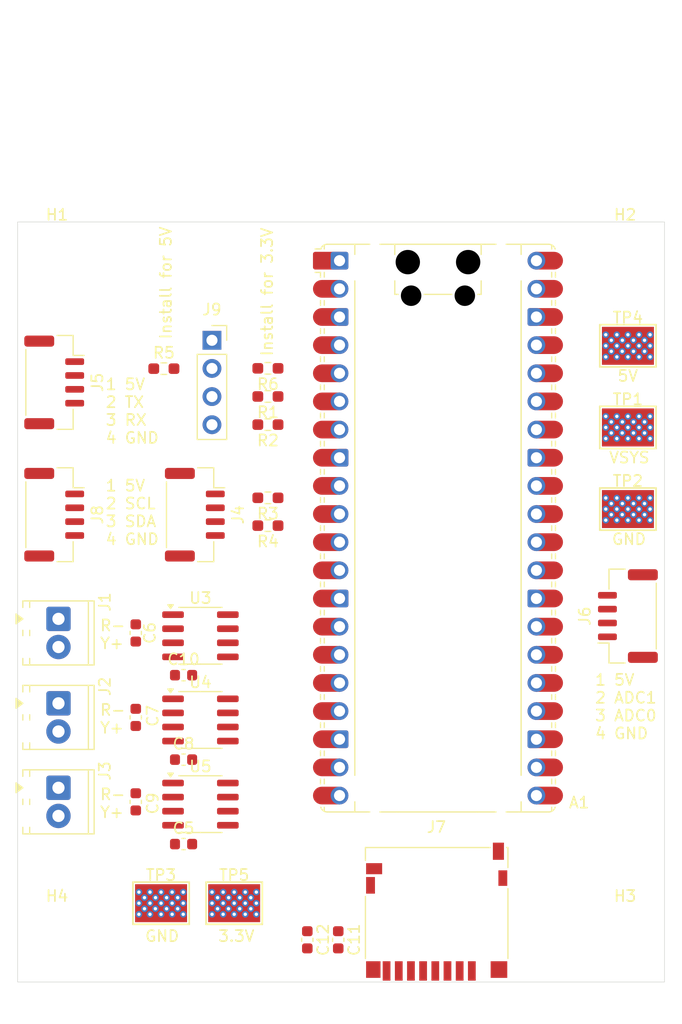
<source format=kicad_pcb>
(kicad_pcb (version 20241229) (generator "pcbnew") (generator_version "9.0")
  (layers (0 "F.Cu" signal) (2 "B.Cu" signal) (13 "F.Paste" user) (15 "B.Paste" user) (5 "F.SilkS" user "F.Silkscreen") (7 "B.SilkS" user "B.Silkscreen") (1 "F.Mask" user) (3 "B.Mask" user) (25 "Edge.Cuts" user))
  (net 0 "")
  (net 2 "CS1")
  (net 3 "GND")
  (net 4 "SDA1")
  (net 5 "Net-(A1-VSYS)")
  (net 7 "ADC1")
  (net 8 "SCL0")
  (net 9 "TX")
  (net 10 "+5V")
  (net 11 "CS2")
  (net 12 "SCK0")
  (net 13 "SCK1")
  (net 14 "CS0")
  (net 20 "CS3")
  (net 21 "MISO1")
  (net 22 "MOSI0")
  (net 25 "SDA0")
  (net 26 "MISO0")
  (net 27 "ADC0")
  (net 29 "SCL1")
  (net 30 "+3.3V")
  (net 31 "RX")
  (net 34 "Net-(J1-Pin_2)")
  (net 35 "Net-(J1-Pin_1)")
  (net 36 "Net-(J2-Pin_1)")
  (net 37 "Net-(J2-Pin_2)")
  (net 38 "Net-(J3-Pin_2)")
  (net 39 "Net-(J3-Pin_1)")
  (net 40 "Net-(J9-Pin_2)")
  (footprint "MountingHole:MountingHole_3.2mm_M3" (layer "F.Cu") (at 105.156 74.676)
    (property "Reference" "H1" (at 0 -4.2 0) (layer "F.SilkS"))
    (property "Value" "MountingHole")
    (pad "" np_thru_hole circle (at 0 0) (size 3.2 3.2) (drill 3.2) (layers "*.Cu" "*.Mask"))
  )
  (footprint "jannett_footprints:TestPoint_Keystone_5016_Vias" (layer "F.Cu") (at 121.158 132.588)
    (property "Reference" "TP5" (at 0 -2.54 0) (layer "F.SilkS"))
    (property "Value" "5016")
    (pad "1" thru_hole circle (at -2 -1) (size 0.6 0.6) (drill 0.3) (layers "*.Cu") (net 30 "+3.3V"))
    (pad "1" thru_hole circle (at -2 0) (size 0.6 0.6) (drill 0.3) (layers "*.Cu") (net 30 "+3.3V"))
    (pad "1" thru_hole circle (at -2 1) (size 0.6 0.6) (drill 0.3) (layers "*.Cu") (net 30 "+3.3V"))
    (pad "1" thru_hole circle (at -1.5 -0.5) (size 0.6 0.6) (drill 0.3) (layers "*.Cu") (net 30 "+3.3V"))
    (pad "1" thru_hole circle (at -1.5 0.5) (size 0.6 0.6) (drill 0.3) (layers "*.Cu") (net 30 "+3.3V"))
    (pad "1" thru_hole circle (at -1 -1) (size 0.6 0.6) (drill 0.3) (layers "*.Cu") (net 30 "+3.3V"))
    (pad "1" thru_hole circle (at -1 0) (size 0.6 0.6) (drill 0.3) (layers "*.Cu") (net 30 "+3.3V"))
    (pad "1" thru_hole circle (at -1 1) (size 0.6 0.6) (drill 0.3) (layers "*.Cu") (net 30 "+3.3V"))
    (pad "1" thru_hole circle (at -0.5141 0.498281) (size 0.6 0.6) (drill 0.3) (layers "*.Cu") (net 30 "+3.3V"))
    (pad "1" thru_hole circle (at -0.5 -0.5) (size 0.6 0.6) (drill 0.3) (layers "*.Cu") (net 30 "+3.3V"))
    (pad "1" thru_hole circle (at 0 -1) (size 0.6 0.6) (drill 0.3) (layers "*.Cu") (net 30 "+3.3V"))
    (pad "1" thru_hole circle (at 0 0) (size 0.6 0.6) (drill 0.3) (layers "*.Cu") (net 30 "+3.3V"))
    (pad "1" smd rect (at 0 0) (size 4.699 3.429) (layers "F.Cu" "F.Mask" "F.Paste") (net 30 "+3.3V"))
    (pad "1" thru_hole circle (at 0 1) (size 0.6 0.6) (drill 0.3) (layers "*.Cu") (net 30 "+3.3V"))
    (pad "1" thru_hole circle (at 0.5 -0.5) (size 0.6 0.6) (drill 0.3) (layers "*.Cu") (net 30 "+3.3V"))
    (pad "1" thru_hole circle (at 0.5 0.5) (size 0.6 0.6) (drill 0.3) (layers "*.Cu") (net 30 "+3.3V"))
    (pad "1" thru_hole circle (at 1 -1) (size 0.6 0.6) (drill 0.3) (layers "*.Cu") (net 30 "+3.3V"))
    (pad "1" thru_hole circle (at 1 0) (size 0.6 0.6) (drill 0.3) (layers "*.Cu") (net 30 "+3.3V"))
    (pad "1" thru_hole circle (at 1 1) (size 0.6 0.6) (drill 0.3) (layers "*.Cu") (net 30 "+3.3V"))
    (pad "1" thru_hole circle (at 1.5 -0.5) (size 0.6 0.6) (drill 0.3) (layers "*.Cu") (net 30 "+3.3V"))
    (pad "1" thru_hole circle (at 1.5 0.5) (size 0.6 0.6) (drill 0.3) (layers "*.Cu") (net 30 "+3.3V"))
    (pad "1" thru_hole circle (at 2 -1) (size 0.6 0.6) (drill 0.3) (layers "*.Cu") (net 30 "+3.3V"))
    (pad "1" thru_hole circle (at 2 0) (size 0.6 0.6) (drill 0.3) (layers "*.Cu") (net 30 "+3.3V"))
    (pad "1" thru_hole circle (at 2 1) (size 0.6 0.6) (drill 0.3) (layers "*.Cu") (net 30 "+3.3V"))
  )
  (footprint "Capacitor_SMD:C_0603_1608Metric" (layer "F.Cu") (at 116.586 112.014)
    (property "Reference" "C10" (at 0 -1.43 0) (layer "F.SilkS"))
    (property "Value" "0.1uF")
    (pad "1" smd roundrect (at -0.775 0) (size 0.9 0.95) (layers "F.Cu" "F.Mask" "F.Paste") (net 30 "+3.3V"))
    (pad "2" smd roundrect (at 0.775 0) (size 0.9 0.95) (layers "F.Cu" "F.Mask" "F.Paste") (net 3 "GND"))
  )
  (footprint "jannett_footprints:TestPoint_Keystone_5016_Vias" (layer "F.Cu") (at 114.554 132.588)
    (property "Reference" "TP3" (at 0 -2.54 0) (layer "F.SilkS"))
    (property "Value" "5016")
    (pad "1" thru_hole circle (at -2 -1) (size 0.6 0.6) (drill 0.3) (layers "*.Cu") (net 3 "GND"))
    (pad "1" thru_hole circle (at -2 0) (size 0.6 0.6) (drill 0.3) (layers "*.Cu") (net 3 "GND"))
    (pad "1" thru_hole circle (at -2 1) (size 0.6 0.6) (drill 0.3) (layers "*.Cu") (net 3 "GND"))
    (pad "1" thru_hole circle (at -1.5 -0.5) (size 0.6 0.6) (drill 0.3) (layers "*.Cu") (net 3 "GND"))
    (pad "1" thru_hole circle (at -1.5 0.5) (size 0.6 0.6) (drill 0.3) (layers "*.Cu") (net 3 "GND"))
    (pad "1" thru_hole circle (at -1 -1) (size 0.6 0.6) (drill 0.3) (layers "*.Cu") (net 3 "GND"))
    (pad "1" thru_hole circle (at -1 0) (size 0.6 0.6) (drill 0.3) (layers "*.Cu") (net 3 "GND"))
    (pad "1" thru_hole circle (at -1 1) (size 0.6 0.6) (drill 0.3) (layers "*.Cu") (net 3 "GND"))
    (pad "1" thru_hole circle (at -0.5141 0.498281) (size 0.6 0.6) (drill 0.3) (layers "*.Cu") (net 3 "GND"))
    (pad "1" thru_hole circle (at -0.5 -0.5) (size 0.6 0.6) (drill 0.3) (layers "*.Cu") (net 3 "GND"))
    (pad "1" thru_hole circle (at 0 -1) (size 0.6 0.6) (drill 0.3) (layers "*.Cu") (net 3 "GND"))
    (pad "1" thru_hole circle (at 0 0) (size 0.6 0.6) (drill 0.3) (layers "*.Cu") (net 3 "GND"))
    (pad "1" smd rect (at 0 0) (size 4.699 3.429) (layers "F.Cu" "F.Mask" "F.Paste") (net 3 "GND"))
    (pad "1" thru_hole circle (at 0 1) (size 0.6 0.6) (drill 0.3) (layers "*.Cu") (net 3 "GND"))
    (pad "1" thru_hole circle (at 0.5 -0.5) (size 0.6 0.6) (drill 0.3) (layers "*.Cu") (net 3 "GND"))
    (pad "1" thru_hole circle (at 0.5 0.5) (size 0.6 0.6) (drill 0.3) (layers "*.Cu") (net 3 "GND"))
    (pad "1" thru_hole circle (at 1 -1) (size 0.6 0.6) (drill 0.3) (layers "*.Cu") (net 3 "GND"))
    (pad "1" thru_hole circle (at 1 0) (size 0.6 0.6) (drill 0.3) (layers "*.Cu") (net 3 "GND"))
    (pad "1" thru_hole circle (at 1 1) (size 0.6 0.6) (drill 0.3) (layers "*.Cu") (net 3 "GND"))
    (pad "1" thru_hole circle (at 1.5 -0.5) (size 0.6 0.6) (drill 0.3) (layers "*.Cu") (net 3 "GND"))
    (pad "1" thru_hole circle (at 1.5 0.5) (size 0.6 0.6) (drill 0.3) (layers "*.Cu") (net 3 "GND"))
    (pad "1" thru_hole circle (at 2 -1) (size 0.6 0.6) (drill 0.3) (layers "*.Cu") (net 3 "GND"))
    (pad "1" thru_hole circle (at 2 0) (size 0.6 0.6) (drill 0.3) (layers "*.Cu") (net 3 "GND"))
    (pad "1" thru_hole circle (at 2 1) (size 0.6 0.6) (drill 0.3) (layers "*.Cu") (net 3 "GND"))
  )
  (footprint "jannett_footprints:TestPoint_Keystone_5016_Vias" (layer "F.Cu") (at 156.718 82.296)
    (property "Reference" "TP4" (at 0 -2.54 0) (layer "F.SilkS"))
    (property "Value" "5016")
    (pad "1" thru_hole circle (at -2 -1) (size 0.6 0.6) (drill 0.3) (layers "*.Cu") (net 10 "+5V"))
    (pad "1" thru_hole circle (at -2 0) (size 0.6 0.6) (drill 0.3) (layers "*.Cu") (net 10 "+5V"))
    (pad "1" thru_hole circle (at -2 1) (size 0.6 0.6) (drill 0.3) (layers "*.Cu") (net 10 "+5V"))
    (pad "1" thru_hole circle (at -1.5 -0.5) (size 0.6 0.6) (drill 0.3) (layers "*.Cu") (net 10 "+5V"))
    (pad "1" thru_hole circle (at -1.5 0.5) (size 0.6 0.6) (drill 0.3) (layers "*.Cu") (net 10 "+5V"))
    (pad "1" thru_hole circle (at -1 -1) (size 0.6 0.6) (drill 0.3) (layers "*.Cu") (net 10 "+5V"))
    (pad "1" thru_hole circle (at -1 0) (size 0.6 0.6) (drill 0.3) (layers "*.Cu") (net 10 "+5V"))
    (pad "1" thru_hole circle (at -1 1) (size 0.6 0.6) (drill 0.3) (layers "*.Cu") (net 10 "+5V"))
    (pad "1" thru_hole circle (at -0.5141 0.498281) (size 0.6 0.6) (drill 0.3) (layers "*.Cu") (net 10 "+5V"))
    (pad "1" thru_hole circle (at -0.5 -0.5) (size 0.6 0.6) (drill 0.3) (layers "*.Cu") (net 10 "+5V"))
    (pad "1" thru_hole circle (at 0 -1) (size 0.6 0.6) (drill 0.3) (layers "*.Cu") (net 10 "+5V"))
    (pad "1" thru_hole circle (at 0 0) (size 0.6 0.6) (drill 0.3) (layers "*.Cu") (net 10 "+5V"))
    (pad "1" smd rect (at 0 0) (size 4.699 3.429) (layers "F.Cu" "F.Mask" "F.Paste") (net 10 "+5V"))
    (pad "1" thru_hole circle (at 0 1) (size 0.6 0.6) (drill 0.3) (layers "*.Cu") (net 10 "+5V"))
    (pad "1" thru_hole circle (at 0.5 -0.5) (size 0.6 0.6) (drill 0.3) (layers "*.Cu") (net 10 "+5V"))
    (pad "1" thru_hole circle (at 0.5 0.5) (size 0.6 0.6) (drill 0.3) (layers "*.Cu") (net 10 "+5V"))
    (pad "1" thru_hole circle (at 1 -1) (size 0.6 0.6) (drill 0.3) (layers "*.Cu") (net 10 "+5V"))
    (pad "1" thru_hole circle (at 1 0) (size 0.6 0.6) (drill 0.3) (layers "*.Cu") (net 10 "+5V"))
    (pad "1" thru_hole circle (at 1 1) (size 0.6 0.6) (drill 0.3) (layers "*.Cu") (net 10 "+5V"))
    (pad "1" thru_hole circle (at 1.5 -0.5) (size 0.6 0.6) (drill 0.3) (layers "*.Cu") (net 10 "+5V"))
    (pad "1" thru_hole circle (at 1.5 0.5) (size 0.6 0.6) (drill 0.3) (layers "*.Cu") (net 10 "+5V"))
    (pad "1" thru_hole circle (at 2 -1) (size 0.6 0.6) (drill 0.3) (layers "*.Cu") (net 10 "+5V"))
    (pad "1" thru_hole circle (at 2 0) (size 0.6 0.6) (drill 0.3) (layers "*.Cu") (net 10 "+5V"))
    (pad "1" thru_hole circle (at 2 1) (size 0.6 0.6) (drill 0.3) (layers "*.Cu") (net 10 "+5V"))
  )
  (footprint "TerminalBlock_Phoenix:TerminalBlock_Phoenix_MPT-0,5-2-2.54_1x02_P2.54mm_Horizontal" (layer "F.Cu") (at 105.2885 122.174 -90)
    (property "Reference" "J3" (at -1.524 -4.1855 90) (layer "F.SilkS"))
    (property "Value" "MPT-0,5-2-2.54")
    (pad "" np_thru_hole circle (at 0 2.54 270) (size 1.1 1.1) (drill 1.1) (layers "*.Cu" "*.Mask"))
    (pad "" np_thru_hole circle (at 2.54 2.54 270) (size 1.1 1.1) (drill 1.1) (layers "*.Cu" "*.Mask"))
    (pad "1" thru_hole roundrect (at 0 0 270) (size 2.2 2.2) (drill 1.1) (layers "*.Cu" "*.Mask") (roundrect_rratio 0.113636) (net 39 "Net-(J3-Pin_1)"))
    (pad "2" thru_hole circle (at 2.54 0 270) (size 2.2 2.2) (drill 1.1) (layers "*.Cu" "*.Mask") (net 38 "Net-(J3-Pin_2)"))
  )
  (footprint "MountingHole:MountingHole_3.2mm_M3" (layer "F.Cu") (at 156.464 74.676)
    (property "Reference" "H2" (at 0 -4.2 0) (layer "F.SilkS"))
    (property "Value" "MountingHole")
    (pad "" np_thru_hole circle (at 0 0) (size 3.2 3.2) (drill 3.2) (layers "*.Cu" "*.Mask"))
  )
  (footprint "Connector_Card:microSD_HC_Hirose_DM3D-SF" (layer "F.Cu") (at 139.446 133.35)
    (property "Reference" "J7" (at -0.025 -7.625 0) (layer "F.SilkS"))
    (property "Value" "DM3D-SF")
    (pad "1" smd rect (at 3.175 5.35) (size 0.7 1.75) (layers "F.Cu" "F.Mask" "F.Paste"))
    (pad "2" smd rect (at 2.075 5.35) (size 0.7 1.75) (layers "F.Cu" "F.Mask" "F.Paste") (net 14 "CS0"))
    (pad "3" smd rect (at 0.975 5.35) (size 0.7 1.75) (layers "F.Cu" "F.Mask" "F.Paste") (net 22 "MOSI0"))
    (pad "4" smd rect (at -0.125 5.35) (size 0.7 1.75) (layers "F.Cu" "F.Mask" "F.Paste") (net 30 "+3.3V"))
    (pad "5" smd rect (at -1.225 5.35) (size 0.7 1.75) (layers "F.Cu" "F.Mask" "F.Paste") (net 12 "SCK0"))
    (pad "6" smd rect (at -2.325 5.35) (size 0.7 1.75) (layers "F.Cu" "F.Mask" "F.Paste") (net 3 "GND"))
    (pad "7" smd rect (at -3.425 5.35) (size 0.7 1.75) (layers "F.Cu" "F.Mask" "F.Paste") (net 26 "MISO0"))
    (pad "8" smd rect (at -4.525 5.35) (size 0.7 1.75) (layers "F.Cu" "F.Mask" "F.Paste"))
    (pad "9" smd rect (at -5.65 -3.875) (size 1.45 1) (layers "F.Cu" "F.Mask" "F.Paste") (net 3 "GND"))
    (pad "10" smd rect (at 5.575 -5.45) (size 1 1.55) (layers "F.Cu" "F.Mask" "F.Paste"))
    (pad "11" smd rect (at -5.975 -2.375) (size 0.8 1.5) (layers "F.Cu" "F.Mask" "F.Paste"))
    (pad "11" smd rect (at -5.725 5.225) (size 1.3 1.5) (layers "F.Cu" "F.Mask" "F.Paste"))
    (pad "11" smd rect (at 5.625 5.225) (size 1.5 1.5) (layers "F.Cu" "F.Mask" "F.Paste"))
    (pad "11" smd rect (at 5.975 -3.025) (size 0.8 1.4) (layers "F.Cu" "F.Mask" "F.Paste"))
  )
  (footprint "Package_SO:SOIC-8_3.9x4.9mm_P1.27mm" (layer "F.Cu") (at 118.11 123.65)
    (property "Reference" "U5" (at 0 -3.4 0) (layer "F.SilkS"))
    (property "Value" "MAX31855KASA")
    (pad "1" smd roundrect (at -2.475 -1.905) (size 1.95 0.6) (layers "F.Cu" "F.Mask" "F.Paste") (net 3 "GND"))
    (pad "2" smd roundrect (at -2.475 -0.635) (size 1.95 0.6) (layers "F.Cu" "F.Mask" "F.Paste") (net 39 "Net-(J3-Pin_1)"))
    (pad "3" smd roundrect (at -2.475 0.635) (size 1.95 0.6) (layers "F.Cu" "F.Mask" "F.Paste") (net 38 "Net-(J3-Pin_2)"))
    (pad "4" smd roundrect (at -2.475 1.905) (size 1.95 0.6) (layers "F.Cu" "F.Mask" "F.Paste") (net 30 "+3.3V"))
    (pad "5" smd roundrect (at 2.475 1.905) (size 1.95 0.6) (layers "F.Cu" "F.Mask" "F.Paste") (net 13 "SCK1"))
    (pad "6" smd roundrect (at 2.475 0.635) (size 1.95 0.6) (layers "F.Cu" "F.Mask" "F.Paste") (net 20 "CS3"))
    (pad "7" smd roundrect (at 2.475 -0.635) (size 1.95 0.6) (layers "F.Cu" "F.Mask" "F.Paste") (net 21 "MISO1"))
    (pad "8" smd roundrect (at 2.475 -1.905) (size 1.95 0.6) (layers "F.Cu" "F.Mask" "F.Paste"))
  )
  (footprint "TerminalBlock_Phoenix:TerminalBlock_Phoenix_MPT-0,5-2-2.54_1x02_P2.54mm_Horizontal" (layer "F.Cu") (at 105.2885 114.554 -90)
    (property "Reference" "J2" (at -1.524 -4.1855 90) (layer "F.SilkS"))
    (property "Value" "MPT-0,5-2-2.54")
    (pad "" np_thru_hole circle (at 0 2.54 270) (size 1.1 1.1) (drill 1.1) (layers "*.Cu" "*.Mask"))
    (pad "" np_thru_hole circle (at 2.54 2.54 270) (size 1.1 1.1) (drill 1.1) (layers "*.Cu" "*.Mask"))
    (pad "1" thru_hole roundrect (at 0 0 270) (size 2.2 2.2) (drill 1.1) (layers "*.Cu" "*.Mask") (roundrect_rratio 0.113636) (net 36 "Net-(J2-Pin_1)"))
    (pad "2" thru_hole circle (at 2.54 0 270) (size 2.2 2.2) (drill 1.1) (layers "*.Cu" "*.Mask") (net 37 "Net-(J2-Pin_2)"))
  )
  (footprint "jannett_footprints:TestPoint_Keystone_5016_Vias" (layer "F.Cu") (at 156.718 97.028)
    (property "Reference" "TP2" (at 0 -2.54 0) (layer "F.SilkS"))
    (property "Value" "5016")
    (pad "1" thru_hole circle (at -2 -1) (size 0.6 0.6) (drill 0.3) (layers "*.Cu") (net 3 "GND"))
    (pad "1" thru_hole circle (at -2 0) (size 0.6 0.6) (drill 0.3) (layers "*.Cu") (net 3 "GND"))
    (pad "1" thru_hole circle (at -2 1) (size 0.6 0.6) (drill 0.3) (layers "*.Cu") (net 3 "GND"))
    (pad "1" thru_hole circle (at -1.5 -0.5) (size 0.6 0.6) (drill 0.3) (layers "*.Cu") (net 3 "GND"))
    (pad "1" thru_hole circle (at -1.5 0.5) (size 0.6 0.6) (drill 0.3) (layers "*.Cu") (net 3 "GND"))
    (pad "1" thru_hole circle (at -1 -1) (size 0.6 0.6) (drill 0.3) (layers "*.Cu") (net 3 "GND"))
    (pad "1" thru_hole circle (at -1 0) (size 0.6 0.6) (drill 0.3) (layers "*.Cu") (net 3 "GND"))
    (pad "1" thru_hole circle (at -1 1) (size 0.6 0.6) (drill 0.3) (layers "*.Cu") (net 3 "GND"))
    (pad "1" thru_hole circle (at -0.5141 0.498281) (size 0.6 0.6) (drill 0.3) (layers "*.Cu") (net 3 "GND"))
    (pad "1" thru_hole circle (at -0.5 -0.5) (size 0.6 0.6) (drill 0.3) (layers "*.Cu") (net 3 "GND"))
    (pad "1" thru_hole circle (at 0 -1) (size 0.6 0.6) (drill 0.3) (layers "*.Cu") (net 3 "GND"))
    (pad "1" thru_hole circle (at 0 0) (size 0.6 0.6) (drill 0.3) (layers "*.Cu") (net 3 "GND"))
    (pad "1" smd rect (at 0 0) (size 4.699 3.429) (layers "F.Cu" "F.Mask" "F.Paste") (net 3 "GND"))
    (pad "1" thru_hole circle (at 0 1) (size 0.6 0.6) (drill 0.3) (layers "*.Cu") (net 3 "GND"))
    (pad "1" thru_hole circle (at 0.5 -0.5) (size 0.6 0.6) (drill 0.3) (layers "*.Cu") (net 3 "GND"))
    (pad "1" thru_hole circle (at 0.5 0.5) (size 0.6 0.6) (drill 0.3) (layers "*.Cu") (net 3 "GND"))
    (pad "1" thru_hole circle (at 1 -1) (size 0.6 0.6) (drill 0.3) (layers "*.Cu") (net 3 "GND"))
    (pad "1" thru_hole circle (at 1 0) (size 0.6 0.6) (drill 0.3) (layers "*.Cu") (net 3 "GND"))
    (pad "1" thru_hole circle (at 1 1) (size 0.6 0.6) (drill 0.3) (layers "*.Cu") (net 3 "GND"))
    (pad "1" thru_hole circle (at 1.5 -0.5) (size 0.6 0.6) (drill 0.3) (layers "*.Cu") (net 3 "GND"))
    (pad "1" thru_hole circle (at 1.5 0.5) (size 0.6 0.6) (drill 0.3) (layers "*.Cu") (net 3 "GND"))
    (pad "1" thru_hole circle (at 2 -1) (size 0.6 0.6) (drill 0.3) (layers "*.Cu") (net 3 "GND"))
    (pad "1" thru_hole circle (at 2 0) (size 0.6 0.6) (drill 0.3) (layers "*.Cu") (net 3 "GND"))
    (pad "1" thru_hole circle (at 2 1) (size 0.6 0.6) (drill 0.3) (layers "*.Cu") (net 3 "GND"))
  )
  (footprint "Capacitor_SMD:C_0603_1608Metric" (layer "F.Cu") (at 116.586 119.634)
    (property "Reference" "C8" (at 0 -1.43 0) (layer "F.SilkS"))
    (property "Value" "0.1uF")
    (pad "1" smd roundrect (at -0.775 0) (size 0.9 0.95) (layers "F.Cu" "F.Mask" "F.Paste") (net 30 "+3.3V"))
    (pad "2" smd roundrect (at 0.775 0) (size 0.9 0.95) (layers "F.Cu" "F.Mask" "F.Paste") (net 3 "GND"))
  )
  (footprint "Resistor_SMD:R_0603_1608Metric_Pad0.98x0.95mm_HandSolder" (layer "F.Cu") (at 124.206 96.012 180)
    (property "Reference" "R3" (at 0 -1.43 0) (layer "F.SilkS"))
    (property "Value" "2K")
    (pad "1" smd roundrect (at -0.9125 0 180) (size 0.975 0.95) (layers "F.Cu" "F.Mask" "F.Paste") (net 30 "+3.3V"))
    (pad "2" smd roundrect (at 0.9125 0 180) (size 0.975 0.95) (layers "F.Cu" "F.Mask" "F.Paste") (net 8 "SCL0"))
  )
  (footprint "Resistor_SMD:R_0603_1608Metric_Pad0.98x0.95mm_HandSolder" (layer "F.Cu") (at 114.808 84.358)
    (property "Reference" "R5" (at 0 -1.43 0) (layer "F.SilkS"))
    (property "Value" "0")
    (pad "1" smd roundrect (at -0.9125 0) (size 0.975 0.95) (layers "F.Cu" "F.Mask" "F.Paste") (net 10 "+5V"))
    (pad "2" smd roundrect (at 0.9125 0) (size 0.975 0.95) (layers "F.Cu" "F.Mask" "F.Paste") (net 40 "Net-(J9-Pin_2)"))
  )
  (footprint "MountingHole:MountingHole_3.2mm_M3" (layer "F.Cu") (at 156.464 136.144)
    (property "Reference" "H3" (at 0 -4.2 0) (layer "F.SilkS"))
    (property "Value" "MountingHole")
    (pad "" np_thru_hole circle (at 0 0) (size 3.2 3.2) (drill 3.2) (layers "*.Cu" "*.Mask"))
  )
  (footprint "jannett_footprints:TestPoint_Keystone_5016_Vias" (layer "F.Cu") (at 156.718 89.662)
    (property "Reference" "TP1" (at 0 -2.54 0) (layer "F.SilkS"))
    (property "Value" "5016")
    (pad "1" thru_hole circle (at -2 -1) (size 0.6 0.6) (drill 0.3) (layers "*.Cu") (net 5 "Net-(A1-VSYS)"))
    (pad "1" thru_hole circle (at -2 0) (size 0.6 0.6) (drill 0.3) (layers "*.Cu") (net 5 "Net-(A1-VSYS)"))
    (pad "1" thru_hole circle (at -2 1) (size 0.6 0.6) (drill 0.3) (layers "*.Cu") (net 5 "Net-(A1-VSYS)"))
    (pad "1" thru_hole circle (at -1.5 -0.5) (size 0.6 0.6) (drill 0.3) (layers "*.Cu") (net 5 "Net-(A1-VSYS)"))
    (pad "1" thru_hole circle (at -1.5 0.5) (size 0.6 0.6) (drill 0.3) (layers "*.Cu") (net 5 "Net-(A1-VSYS)"))
    (pad "1" thru_hole circle (at -1 -1) (size 0.6 0.6) (drill 0.3) (layers "*.Cu") (net 5 "Net-(A1-VSYS)"))
    (pad "1" thru_hole circle (at -1 0) (size 0.6 0.6) (drill 0.3) (layers "*.Cu") (net 5 "Net-(A1-VSYS)"))
    (pad "1" thru_hole circle (at -1 1) (size 0.6 0.6) (drill 0.3) (layers "*.Cu") (net 5 "Net-(A1-VSYS)"))
    (pad "1" thru_hole circle (at -0.5141 0.498281) (size 0.6 0.6) (drill 0.3) (layers "*.Cu") (net 5 "Net-(A1-VSYS)"))
    (pad "1" thru_hole circle (at -0.5 -0.5) (size 0.6 0.6) (drill 0.3) (layers "*.Cu") (net 5 "Net-(A1-VSYS)"))
    (pad "1" thru_hole circle (at 0 -1) (size 0.6 0.6) (drill 0.3) (layers "*.Cu") (net 5 "Net-(A1-VSYS)"))
    (pad "1" thru_hole circle (at 0 0) (size 0.6 0.6) (drill 0.3) (layers "*.Cu") (net 5 "Net-(A1-VSYS)"))
    (pad "1" smd rect (at 0 0) (size 4.699 3.429) (layers "F.Cu" "F.Mask" "F.Paste") (net 5 "Net-(A1-VSYS)"))
    (pad "1" thru_hole circle (at 0 1) (size 0.6 0.6) (drill 0.3) (layers "*.Cu") (net 5 "Net-(A1-VSYS)"))
    (pad "1" thru_hole circle (at 0.5 -0.5) (size 0.6 0.6) (drill 0.3) (layers "*.Cu") (net 5 "Net-(A1-VSYS)"))
    (pad "1" thru_hole circle (at 0.5 0.5) (size 0.6 0.6) (drill 0.3) (layers "*.Cu") (net 5 "Net-(A1-VSYS)"))
    (pad "1" thru_hole circle (at 1 -1) (size 0.6 0.6) (drill 0.3) (layers "*.Cu") (net 5 "Net-(A1-VSYS)"))
    (pad "1" thru_hole circle (at 1 0) (size 0.6 0.6) (drill 0.3) (layers "*.Cu") (net 5 "Net-(A1-VSYS)"))
    (pad "1" thru_hole circle (at 1 1) (size 0.6 0.6) (drill 0.3) (layers "*.Cu") (net 5 "Net-(A1-VSYS)"))
    (pad "1" thru_hole circle (at 1.5 -0.5) (size 0.6 0.6) (drill 0.3) (layers "*.Cu") (net 5 "Net-(A1-VSYS)"))
    (pad "1" thru_hole circle (at 1.5 0.5) (size 0.6 0.6) (drill 0.3) (layers "*.Cu") (net 5 "Net-(A1-VSYS)"))
    (pad "1" thru_hole circle (at 2 -1) (size 0.6 0.6) (drill 0.3) (layers "*.Cu") (net 5 "Net-(A1-VSYS)"))
    (pad "1" thru_hole circle (at 2 0) (size 0.6 0.6) (drill 0.3) (layers "*.Cu") (net 5 "Net-(A1-VSYS)"))
    (pad "1" thru_hole circle (at 2 1) (size 0.6 0.6) (drill 0.3) (layers "*.Cu") (net 5 "Net-(A1-VSYS)"))
  )
  (footprint "Module:RaspberryPi_Pico_Common_Unspecified" (layer "F.Cu") (at 139.563 98.745)
    (property "Reference" "A1" (at 11.7475 24.765 0) (layer "F.SilkS") (effects (justify left)))
    (property "Value" "RaspberryPi_Pico")
    (pad "" np_thru_hole circle (at -2.725 -24) (size 2.2 2.2) (drill 2.2) (layers "*.Mask"))
    (pad "" np_thru_hole circle (at -2.425 -20.97) (size 1.85 1.85) (drill 1.85) (layers "*.Mask"))
    (pad "" np_thru_hole circle (at 2.425 -20.97) (size 1.85 1.85) (drill 1.85) (layers "*.Mask"))
    (pad "" np_thru_hole circle (at 2.725 -24) (size 2.2 2.2) (drill 2.2) (layers "*.Mask"))
    (pad "1" smd custom (at -9.69 -24.13) (size 1.6 0.8) (layers "F.Cu" "F.Mask") (net 9 "TX") (options (clearance outline) (anchor rect)) (primitives (gr_circle (center 0.8 0) (end 1.6 0) (width 0) (fill yes)) (gr_poly (pts (xy -1.6 -0.6) (xy -1.6 0.6) (xy -1.4 0.8) (xy 0.8 0.8) (xy 0.8 -0.8) (xy -1.4 -0.8)) (width 0) (fill yes)) (gr_circle (center -1.4 -0.6) (end -1.2 -0.6) (width 0) (fill yes)) (gr_circle (center -1.4 0.6) (end -1.2 0.6) (width 0) (fill yes))))
    (pad "1" thru_hole roundrect (at -8.89 -24.13) (size 1.6 1.6) (drill 1) (layers "*.Cu" "*.Mask") (roundrect_rratio 0.125) (net 9 "TX"))
    (pad "2" smd roundrect (at -9.69 -21.59) (size 3.2 1.6) (layers "F.Cu" "F.Mask") (roundrect_rratio 0.5) (net 31 "RX"))
    (pad "2" thru_hole circle (at -8.89 -21.59) (size 1.6 1.6) (drill 1) (layers "*.Cu" "*.Mask") (net 31 "RX"))
    (pad "3" smd custom (at -9.69 -19.05) (size 1.6 0.8) (layers "F.Cu" "F.Mask") (net 3 "GND") (options (clearance outline) (anchor rect)) (primitives (gr_circle (center -0.8 0) (end 0 0) (width 0) (fill yes)) (gr_poly (pts (xy 1.6 -0.6) (xy 1.6 0.6) (xy 1.4 0.8) (xy -0.8 0.8) (xy -0.8 -0.8) (xy 1.4 -0.8)) (width 0) (fill yes)) (gr_circle (center 1.4 -0.6) (end 1.6 -0.6) (width 0) (fill yes)) (gr_circle (center 1.4 0.6) (end 1.6 0.6) (width 0) (fill yes))))
    (pad "3" thru_hole custom (at -8.89 -19.05) (size 1.6 1.6) (drill 1) (layers "*.Cu" "*.Mask") (net 3 "GND") (options (clearance outline) (anchor circle)) (primitives (gr_poly (pts (xy 0.8 0.6) (xy 0.8 -0.6) (xy 0.6 -0.8) (xy 0 -0.8) (xy 0 0.8) (xy 0.6 0.8)) (width 0) (fill yes)) (gr_circle (center 0.6 0.6) (end 0.8 0.6) (width 0) (fill yes)) (gr_circle (center 0.6 -0.6) (end 0.8 -0.6) (width 0) (fill yes))))
    (pad "4" smd roundrect (at -9.69 -16.51) (size 3.2 1.6) (layers "F.Cu" "F.Mask") (roundrect_rratio 0.5) (net 4 "SDA1"))
    (pad "4" thru_hole circle (at -8.89 -16.51) (size 1.6 1.6) (drill 1) (layers "*.Cu" "*.Mask") (net 4 "SDA1"))
    (pad "5" smd roundrect (at -9.69 -13.97) (size 3.2 1.6) (layers "F.Cu" "F.Mask") (roundrect_rratio 0.5) (net 29 "SCL1"))
    (pad "5" thru_hole circle (at -8.89 -13.97) (size 1.6 1.6) (drill 1) (layers "*.Cu" "*.Mask") (net 29 "SCL1"))
    (pad "6" smd roundrect (at -9.69 -11.43) (size 3.2 1.6) (layers "F.Cu" "F.Mask") (roundrect_rratio 0.5) (net 25 "SDA0"))
    (pad "6" thru_hole circle (at -8.89 -11.43) (size 1.6 1.6) (drill 1) (layers "*.Cu" "*.Mask") (net 25 "SDA0"))
    (pad "7" smd roundrect (at -9.69 -8.89) (size 3.2 1.6) (layers "F.Cu" "F.Mask") (roundrect_rratio 0.5) (net 8 "SCL0"))
    (pad "7" thru_hole circle (at -8.89 -8.89) (size 1.6 1.6) (drill 1) (layers "*.Cu" "*.Mask") (net 8 "SCL0"))
    (pad "8" smd custom (at -9.69 -6.35) (size 1.6 0.8) (layers "F.Cu" "F.Mask") (net 3 "GND") (options (clearance outline) (anchor rect)) (primitives (gr_circle (center -0.8 0) (end 0 0) (width 0) (fill yes)) (gr_poly (pts (xy 1.6 -0.6) (xy 1.6 0.6) (xy 1.4 0.8) (xy -0.8 0.8) (xy -0.8 -0.8) (xy 1.4 -0.8)) (width 0) (fill yes)) (gr_circle (center 1.4 -0.6) (end 1.6 -0.6) (width 0) (fill yes)) (gr_circle (center 1.4 0.6) (end 1.6 0.6) (width 0) (fill yes))))
    (pad "8" thru_hole custom (at -8.89 -6.35) (size 1.6 1.6) (drill 1) (layers "*.Cu" "*.Mask") (net 3 "GND") (options (clearance outline) (anchor circle)) (primitives (gr_poly (pts (xy 0.8 0.6) (xy 0.8 -0.6) (xy 0.6 -0.8) (xy 0 -0.8) (xy 0 0.8) (xy 0.6 0.8)) (width 0) (fill yes)) (gr_circle (center 0.6 0.6) (end 0.8 0.6) (width 0) (fill yes)) (gr_circle (center 0.6 -0.6) (end 0.8 -0.6) (width 0) (fill yes))))
    (pad "9" smd roundrect (at -9.69 -3.81) (size 3.2 1.6) (layers "F.Cu" "F.Mask") (roundrect_rratio 0.5))
    (pad "9" thru_hole circle (at -8.89 -3.81) (size 1.6 1.6) (drill 1) (layers "*.Cu" "*.Mask"))
    (pad "10" smd roundrect (at -9.69 -1.27) (size 3.2 1.6) (layers "F.Cu" "F.Mask") (roundrect_rratio 0.5))
    (pad "10" thru_hole circle (at -8.89 -1.27) (size 1.6 1.6) (drill 1) (layers "*.Cu" "*.Mask"))
    (pad "11" smd roundrect (at -9.69 1.27) (size 3.2 1.6) (layers "F.Cu" "F.Mask") (roundrect_rratio 0.5) (net 20 "CS3"))
    (pad "11" thru_hole circle (at -8.89 1.27) (size 1.6 1.6) (drill 1) (layers "*.Cu" "*.Mask") (net 20 "CS3"))
    (pad "12" smd roundrect (at -9.69 3.81) (size 3.2 1.6) (layers "F.Cu" "F.Mask") (roundrect_rratio 0.5) (net 11 "CS2"))
    (pad "12" thru_hole circle (at -8.89 3.81) (size 1.6 1.6) (drill 1) (layers "*.Cu" "*.Mask") (net 11 "CS2"))
    (pad "13" smd custom (at -9.69 6.35) (size 1.6 0.8) (layers "F.Cu" "F.Mask") (net 3 "GND") (options (clearance outline) (anchor rect)) (primitives (gr_circle (center -0.8 0) (end 0 0) (width 0) (fill yes)) (gr_poly (pts (xy 1.6 -0.6) (xy 1.6 0.6) (xy 1.4 0.8) (xy -0.8 0.8) (xy -0.8 -0.8) (xy 1.4 -0.8)) (width 0) (fill yes)) (gr_circle (center 1.4 -0.6) (end 1.6 -0.6) (width 0) (fill yes)) (gr_circle (center 1.4 0.6) (end 1.6 0.6) (width 0) (fill yes))))
    (pad "13" thru_hole custom (at -8.89 6.35) (size 1.6 1.6) (drill 1) (layers "*.Cu" "*.Mask") (net 3 "GND") (options (clearance outline) (anchor circle)) (primitives (gr_poly (pts (xy 0.8 0.6) (xy 0.8 -0.6) (xy 0.6 -0.8) (xy 0 -0.8) (xy 0 0.8) (xy 0.6 0.8)) (width 0) (fill yes)) (gr_circle (center 0.6 0.6) (end 0.8 0.6) (width 0) (fill yes)) (gr_circle (center 0.6 -0.6) (end 0.8 -0.6) (width 0) (fill yes))))
    (pad "14" smd roundrect (at -9.69 8.89) (size 3.2 1.6) (layers "F.Cu" "F.Mask") (roundrect_rratio 0.5))
    (pad "14" thru_hole circle (at -8.89 8.89) (size 1.6 1.6) (drill 1) (layers "*.Cu" "*.Mask"))
    (pad "15" smd roundrect (at -9.69 11.43) (size 3.2 1.6) (layers "F.Cu" "F.Mask") (roundrect_rratio 0.5))
    (pad "15" thru_hole circle (at -8.89 11.43) (size 1.6 1.6) (drill 1) (layers "*.Cu" "*.Mask"))
    (pad "16" smd roundrect (at -9.69 13.97) (size 3.2 1.6) (layers "F.Cu" "F.Mask") (roundrect_rratio 0.5) (net 21 "MISO1"))
    (pad "16" thru_hole circle (at -8.89 13.97) (size 1.6 1.6) (drill 1) (layers "*.Cu" "*.Mask") (net 21 "MISO1"))
    (pad "17" smd roundrect (at -9.69 16.51) (size 3.2 1.6) (layers "F.Cu" "F.Mask") (roundrect_rratio 0.5) (net 2 "CS1"))
    (pad "17" thru_hole circle (at -8.89 16.51) (size 1.6 1.6) (drill 1) (layers "*.Cu" "*.Mask") (net 2 "CS1"))
    (pad "18" smd custom (at -9.69 19.05) (size 1.6 0.8) (layers "F.Cu" "F.Mask") (net 3 "GND") (options (clearance outline) (anchor rect)) (primitives (gr_circle (center -0.8 0) (end 0 0) (width 0) (fill yes)) (gr_poly (pts (xy 1.6 -0.6) (xy 1.6 0.6) (xy 1.4 0.8) (xy -0.8 0.8) (xy -0.8 -0.8) (xy 1.4 -0.8)) (width 0) (fill yes)) (gr_circle (center 1.4 -0.6) (end 1.6 -0.6) (width 0) (fill yes)) (gr_circle (center 1.4 0.6) (end 1.6 0.6) (width 0) (fill yes))))
    (pad "18" thru_hole custom (at -8.89 19.05) (size 1.6 1.6) (drill 1) (layers "*.Cu" "*.Mask") (net 3 "GND") (options (clearance outline) (anchor circle)) (primitives (gr_poly (pts (xy 0.8 0.6) (xy 0.8 -0.6) (xy 0.6 -0.8) (xy 0 -0.8) (xy 0 0.8) (xy 0.6 0.8)) (width 0) (fill yes)) (gr_circle (center 0.6 0.6) (end 0.8 0.6) (width 0) (fill yes)) (gr_circle (center 0.6 -0.6) (end 0.8 -0.6) (width 0) (fill yes))))
    (pad "19" smd roundrect (at -9.69 21.59) (size 3.2 1.6) (layers "F.Cu" "F.Mask") (roundrect_rratio 0.5) (net 13 "SCK1"))
    (pad "19" thru_hole circle (at -8.89 21.59) (size 1.6 1.6) (drill 1) (layers "*.Cu" "*.Mask") (net 13 "SCK1"))
    (pad "20" smd roundrect (at -9.69 24.13) (size 3.2 1.6) (layers "F.Cu" "F.Mask") (roundrect_rratio 0.5))
    (pad "20" thru_hole circle (at -8.89 24.13) (size 1.6 1.6) (drill 1) (layers "*.Cu" "*.Mask"))
    (pad "21" thru_hole circle (at 8.89 24.13) (size 1.6 1.6) (drill 1) (layers "*.Cu" "*.Mask") (net 26 "MISO0"))
    (pad "21" smd roundrect (at 9.69 24.13) (size 3.2 1.6) (layers "F.Cu" "F.Mask") (roundrect_rratio 0.5) (net 26 "MISO0"))
    (pad "22" thru_hole circle (at 8.89 21.59) (size 1.6 1.6) (drill 1) (layers "*.Cu" "*.Mask") (net 14 "CS0"))
    (pad "22" smd roundrect (at 9.69 21.59) (size 3.2 1.6) (layers "F.Cu" "F.Mask") (roundrect_rratio 0.5) (net 14 "CS0"))
    (pad "23" thru_hole custom (at 8.89 19.05) (size 1.6 1.6) (drill 1) (layers "*.Cu" "*.Mask") (net 3 "GND") (options (clearance outline) (anchor circle)) (primitives (gr_poly (pts (xy -0.8 0.6) (xy -0.8 -0.6) (xy -0.6 -0.8) (xy 0 -0.8) (xy 0 0.8) (xy -0.6 0.8)) (width 0) (fill yes)) (gr_circle (center -0.6 0.6) (end -0.4 0.6) (width 0) (fill yes)) (gr_circle (center -0.6 -0.6) (end -0.4 -0.6) (width 0) (fill yes))))
    (pad "23" smd custom (at 9.69 19.05) (size 1.6 0.8) (layers "F.Cu" "F.Mask") (net 3 "GND") (options (clearance outline) (anchor rect)) (primitives (gr_circle (center 0.8 0) (end 1.6 0) (width 0) (fill yes)) (gr_poly (pts (xy -1.6 -0.6) (xy -1.6 0.6) (xy -1.4 0.8) (xy 0.8 0.8) (xy 0.8 -0.8) (xy -1.4 -0.8)) (width 0) (fill yes)) (gr_circle (center -1.4 -0.6) (end -1.2 -0.6) (width 0) (fill yes)) (gr_circle (center -1.4 0.6) (end -1.2 0.6) (width 0) (fill yes))))
    (pad "24" thru_hole circle (at 8.89 16.51) (size 1.6 1.6) (drill 1) (layers "*.Cu" "*.Mask") (net 12 "SCK0"))
    (pad "24" smd roundrect (at 9.69 16.51) (size 3.2 1.6) (layers "F.Cu" "F.Mask") (roundrect_rratio 0.5) (net 12 "SCK0"))
    (pad "25" thru_hole circle (at 8.89 13.97) (size 1.6 1.6) (drill 1) (layers "*.Cu" "*.Mask") (net 22 "MOSI0"))
    (pad "25" smd roundrect (at 9.69 13.97) (size 3.2 1.6) (layers "F.Cu" "F.Mask") (roundrect_rratio 0.5) (net 22 "MOSI0"))
    (pad "26" thru_hole circle (at 8.89 11.43) (size 1.6 1.6) (drill 1) (layers "*.Cu" "*.Mask"))
    (pad "26" smd roundrect (at 9.69 11.43) (size 3.2 1.6) (layers "F.Cu" "F.Mask") (roundrect_rratio 0.5))
    (pad "27" thru_hole circle (at 8.89 8.89) (size 1.6 1.6) (drill 1) (layers "*.Cu" "*.Mask"))
    (pad "27" smd roundrect (at 9.69 8.89) (size 3.2 1.6) (layers "F.Cu" "F.Mask") (roundrect_rratio 0.5))
    (pad "28" thru_hole custom (at 8.89 6.35) (size 1.6 1.6) (drill 1) (layers "*.Cu" "*.Mask") (net 3 "GND") (options (clearance outline) (anchor circle)) (primitives (gr_poly (pts (xy -0.8 0.6) (xy -0.8 -0.6) (xy -0.6 -0.8) (xy 0 -0.8) (xy 0 0.8) (xy -0.6 0.8)) (width 0) (fill yes)) (gr_circle (center -0.6 0.6) (end -0.4 0.6) (width 0) (fill yes)) (gr_circle (center -0.6 -0.6) (end -0.4 -0.6) (width 0) (fill yes))))
    (pad "28" smd custom (at 9.69 6.35) (size 1.6 0.8) (layers "F.Cu" "F.Mask") (net 3 "GND") (options (clearance outline) (anchor rect)) (primitives (gr_circle (center 0.8 0) (end 1.6 0) (width 0) (fill yes)) (gr_poly (pts (xy -1.6 -0.6) (xy -1.6 0.6) (xy -1.4 0.8) (xy 0.8 0.8) (xy 0.8 -0.8) (xy -1.4 -0.8)) (width 0) (fill yes)) (gr_circle (center -1.4 -0.6) (end -1.2 -0.6) (width 0) (fill yes)) (gr_circle (center -1.4 0.6) (end -1.2 0.6) (width 0) (fill yes))))
    (pad "29" thru_hole circle (at 8.89 3.81) (size 1.6 1.6) (drill 1) (layers "*.Cu" "*.Mask"))
    (pad "29" smd roundrect (at 9.69 3.81) (size 3.2 1.6) (layers "F.Cu" "F.Mask") (roundrect_rratio 0.5))
    (pad "30" thru_hole circle (at 8.89 1.27) (size 1.6 1.6) (drill 1) (layers "*.Cu" "*.Mask"))
    (pad "30" smd roundrect (at 9.69 1.27) (size 3.2 1.6) (layers "F.Cu" "F.Mask") (roundrect_rratio 0.5))
    (pad "31" thru_hole circle (at 8.89 -1.27) (size 1.6 1.6) (drill 1) (layers "*.Cu" "*.Mask") (net 27 "ADC0"))
    (pad "31" smd roundrect (at 9.69 -1.27) (size 3.2 1.6) (layers "F.Cu" "F.Mask") (roundrect_rratio 0.5) (net 27 "ADC0"))
    (pad "32" thru_hole circle (at 8.89 -3.81) (size 1.6 1.6) (drill 1) (layers "*.Cu" "*.Mask") (net 7 "ADC1"))
    (pad "32" smd roundrect (at 9.69 -3.81) (size 3.2 1.6) (layers "F.Cu" "F.Mask") (roundrect_rratio 0.5) (net 7 "ADC1"))
    (pad "33" thru_hole custom (at 8.89 -6.35) (size 1.6 1.6) (drill 1) (layers "*.Cu" "*.Mask") (net 3 "GND") (options (clearance outline) (anchor circle)) (primitives (gr_poly (pts (xy -0.8 0.6) (xy -0.8 -0.6) (xy -0.6 -0.8) (xy 0 -0.8) (xy 0 0.8) (xy -0.6 0.8)) (width 0) (fill yes)) (gr_circle (center -0.6 0.6) (end -0.4 0.6) (width 0) (fill yes)) (gr_circle (center -0.6 -0.6) (end -0.4 -0.6) (width 0) (fill yes))))
    (pad "33" smd custom (at 9.69 -6.35) (size 1.6 0.8) (layers "F.Cu" "F.Mask") (net 3 "GND") (options (clearance outline) (anchor rect)) (primitives (gr_circle (center 0.8 0) (end 1.6 0) (width 0) (fill yes)) (gr_poly (pts (xy -1.6 -0.6) (xy -1.6 0.6) (xy -1.4 0.8) (xy 0.8 0.8) (xy 0.8 -0.8) (xy -1.4 -0.8)) (width 0) (fill yes)) (gr_circle (center -1.4 -0.6) (end -1.2 -0.6) (width 0) (fill yes)) (gr_circle (center -1.4 0.6) (end -1.2 0.6) (width 0) (fill yes))))
    (pad "34" thru_hole circle (at 8.89 -8.89) (size 1.6 1.6) (drill 1) (layers "*.Cu" "*.Mask"))
    (pad "34" smd roundrect (at 9.69 -8.89) (size 3.2 1.6) (layers "F.Cu" "F.Mask") (roundrect_rratio 0.5))
    (pad "35" thru_hole circle (at 8.89 -11.43) (size 1.6 1.6) (drill 1) (layers "*.Cu" "*.Mask"))
    (pad "35" smd roundrect (at 9.69 -11.43) (size 3.2 1.6) (layers "F.Cu" "F.Mask") (roundrect_rratio 0.5))
    (pad "36" thru_hole circle (at 8.89 -13.97) (size 1.6 1.6) (drill 1) (layers "*.Cu" "*.Mask") (net 30 "+3.3V"))
    (pad "36" smd roundrect (at 9.69 -13.97) (size 3.2 1.6) (layers "F.Cu" "F.Mask") (roundrect_rratio 0.5) (net 30 "+3.3V"))
    (pad "37" thru_hole circle (at 8.89 -16.51) (size 1.6 1.6) (drill 1) (layers "*.Cu" "*.Mask"))
    (pad "37" smd roundrect (at 9.69 -16.51) (size 3.2 1.6) (layers "F.Cu" "F.Mask") (roundrect_rratio 0.5))
    (pad "38" thru_hole custom (at 8.89 -19.05) (size 1.6 1.6) (drill 1) (layers "*.Cu" "*.Mask") (net 3 "GND") (options (clearance outline) (anchor circle)) (primitives (gr_poly (pts (xy -0.8 0.6) (xy -0.8 -0.6) (xy -0.6 -0.8) (xy 0 -0.8) (xy 0 0.8) (xy -0.6 0.8)) (width 0) (fill yes)) (gr_circle (center -0.6 0.6) (end -0.4 0.6) (width 0) (fill yes)) (gr_circle (center -0.6 -0.6) (end -0.4 -0.6) (width 0) (fill yes))))
    (pad "38" smd custom (at 9.69 -19.05) (size 1.6 0.8) (layers "F.Cu" "F.Mask") (net 3 "GND") (options (clearance outline) (anchor rect)) (primitives (gr_circle (center 0.8 0) (end 1.6 0) (width 0) (fill yes)) (gr_poly (pts (xy -1.6 -0.6) (xy -1.6 0.6) (xy -1.4 0.8) (xy 0.8 0.8) (xy 0.8 -0.8) (xy -1.4 -0.8)) (width 0) (fill yes)) (gr_circle (center -1.4 -0.6) (end -1.2 -0.6) (width 0) (fill yes)) (gr_circle (center -1.4 0.6) (end -1.2 0.6) (width 0) (fill yes))))
    (pad "39" thru_hole circle (at 8.89 -21.59) (size 1.6 1.6) (drill 1) (layers "*.Cu" "*.Mask") (net 5 "Net-(A1-VSYS)"))
    (pad "39" smd roundrect (at 9.69 -21.59) (size 3.2 1.6) (layers "F.Cu" "F.Mask") (roundrect_rratio 0.5) (net 5 "Net-(A1-VSYS)"))
    (pad "40" thru_hole circle (at 8.89 -24.13) (size 1.6 1.6) (drill 1) (layers "*.Cu" "*.Mask") (net 10 "+5V"))
    (pad "40" smd roundrect (at 9.69 -24.13) (size 3.2 1.6) (layers "F.Cu" "F.Mask") (roundrect_rratio 0.5) (net 10 "+5V"))
  )
  (footprint "Resistor_SMD:R_0603_1608Metric_Pad0.98x0.95mm_HandSolder" (layer "F.Cu") (at 124.206 89.408 180)
    (property "Reference" "R2" (at 0 -1.43 0) (layer "F.SilkS"))
    (property "Value" "2K")
    (pad "1" smd roundrect (at -0.9125 0 180) (size 0.975 0.95) (layers "F.Cu" "F.Mask" "F.Paste") (net 30 "+3.3V"))
    (pad "2" smd roundrect (at 0.9125 0 180) (size 0.975 0.95) (layers "F.Cu" "F.Mask" "F.Paste") (net 4 "SDA1"))
  )
  (footprint "Capacitor_SMD:C_0603_1608Metric" (layer "F.Cu") (at 116.586 127.254)
    (property "Reference" "C5" (at 0 -1.43 0) (layer "F.SilkS"))
    (property "Value" "0.1uF")
    (pad "1" smd roundrect (at -0.775 0) (size 0.9 0.95) (layers "F.Cu" "F.Mask" "F.Paste") (net 30 "+3.3V"))
    (pad "2" smd roundrect (at 0.775 0) (size 0.9 0.95) (layers "F.Cu" "F.Mask" "F.Paste") (net 3 "GND"))
  )
  (footprint "Resistor_SMD:R_0603_1608Metric_Pad0.98x0.95mm_HandSolder" (layer "F.Cu") (at 124.206 86.868 180)
    (property "Reference" "R1" (at 0 -1.43 0) (layer "F.SilkS"))
    (property "Value" "2K")
    (pad "1" smd roundrect (at -0.9125 0 180) (size 0.975 0.95) (layers "F.Cu" "F.Mask" "F.Paste") (net 30 "+3.3V"))
    (pad "2" smd roundrect (at 0.9125 0 180) (size 0.975 0.95) (layers "F.Cu" "F.Mask" "F.Paste") (net 29 "SCL1"))
  )
  (footprint "MountingHole:MountingHole_3.2mm_M3" (layer "F.Cu") (at 105.156 136.144)
    (property "Reference" "H4" (at 0 -4.2 0) (layer "F.SilkS"))
    (property "Value" "MountingHole")
    (pad "" np_thru_hole circle (at 0 0) (size 3.2 3.2) (drill 3.2) (layers "*.Cu" "*.Mask"))
  )
  (footprint "Connector_JST:JST_GH_SM04B-GHS-TB_1x04-1MP_P1.25mm_Horizontal" (layer "F.Cu") (at 104.902 97.536 -90)
    (property "Reference" "J8" (at 0 -3.9 90) (layer "F.SilkS"))
    (property "Value" "SM04B-GHS-TB")
    (pad "1" smd roundrect (at -1.875 -1.85 270) (size 0.6 1.7) (layers "F.Cu" "F.Mask" "F.Paste") (net 10 "+5V"))
    (pad "2" smd roundrect (at -0.625 -1.85 270) (size 0.6 1.7) (layers "F.Cu" "F.Mask" "F.Paste") (net 8 "SCL0"))
    (pad "3" smd roundrect (at 0.625 -1.85 270) (size 0.6 1.7) (layers "F.Cu" "F.Mask" "F.Paste") (net 25 "SDA0"))
    (pad "4" smd roundrect (at 1.875 -1.85 270) (size 0.6 1.7) (layers "F.Cu" "F.Mask" "F.Paste") (net 3 "GND"))
    (pad "MP" smd roundrect (at -3.725 1.35 270) (size 1 2.7) (layers "F.Cu" "F.Mask" "F.Paste"))
    (pad "MP" smd roundrect (at 3.725 1.35 270) (size 1 2.7) (layers "F.Cu" "F.Mask" "F.Paste"))
  )
  (footprint "Package_SO:SOIC-8_3.9x4.9mm_P1.27mm" (layer "F.Cu") (at 118.11 116.054)
    (property "Reference" "U4" (at 0 -3.4 0) (layer "F.SilkS"))
    (property "Value" "MAX31855KASA")
    (pad "1" smd roundrect (at -2.475 -1.905) (size 1.95 0.6) (layers "F.Cu" "F.Mask" "F.Paste") (net 3 "GND"))
    (pad "2" smd roundrect (at -2.475 -0.635) (size 1.95 0.6) (layers "F.Cu" "F.Mask" "F.Paste") (net 36 "Net-(J2-Pin_1)"))
    (pad "3" smd roundrect (at -2.475 0.635) (size 1.95 0.6) (layers "F.Cu" "F.Mask" "F.Paste") (net 37 "Net-(J2-Pin_2)"))
    (pad "4" smd roundrect (at -2.475 1.905) (size 1.95 0.6) (layers "F.Cu" "F.Mask" "F.Paste") (net 30 "+3.3V"))
    (pad "5" smd roundrect (at 2.475 1.905) (size 1.95 0.6) (layers "F.Cu" "F.Mask" "F.Paste") (net 13 "SCK1"))
    (pad "6" smd roundrect (at 2.475 0.635) (size 1.95 0.6) (layers "F.Cu" "F.Mask" "F.Paste") (net 11 "CS2"))
    (pad "7" smd roundrect (at 2.475 -0.635) (size 1.95 0.6) (layers "F.Cu" "F.Mask" "F.Paste") (net 21 "MISO1"))
    (pad "8" smd roundrect (at 2.475 -1.905) (size 1.95 0.6) (layers "F.Cu" "F.Mask" "F.Paste"))
  )
  (footprint "Connector_JST:JST_GH_SM04B-GHS-TB_1x04-1MP_P1.25mm_Horizontal" (layer "F.Cu") (at 104.902 85.598 -90)
    (property "Reference" "J5" (at 0 -3.9 90) (layer "F.SilkS"))
    (property "Value" "SM04B-GHS-TB")
    (pad "1" smd roundrect (at -1.875 -1.85 270) (size 0.6 1.7) (layers "F.Cu" "F.Mask" "F.Paste") (net 10 "+5V"))
    (pad "2" smd roundrect (at -0.625 -1.85 270) (size 0.6 1.7) (layers "F.Cu" "F.Mask" "F.Paste") (net 9 "TX"))
    (pad "3" smd roundrect (at 0.625 -1.85 270) (size 0.6 1.7) (layers "F.Cu" "F.Mask" "F.Paste") (net 31 "RX"))
    (pad "4" smd roundrect (at 1.875 -1.85 270) (size 0.6 1.7) (layers "F.Cu" "F.Mask" "F.Paste") (net 3 "GND"))
    (pad "MP" smd roundrect (at -3.725 1.35 270) (size 1 2.7) (layers "F.Cu" "F.Mask" "F.Paste"))
    (pad "MP" smd roundrect (at 3.725 1.35 270) (size 1 2.7) (layers "F.Cu" "F.Mask" "F.Paste"))
  )
  (footprint "Capacitor_SMD:C_0603_1608Metric" (layer "F.Cu") (at 127.762 135.89 -90)
    (property "Reference" "C12" (at 0 -1.43 90) (layer "F.SilkS"))
    (property "Value" "10uF")
    (pad "1" smd roundrect (at -0.775 0 270) (size 0.9 0.95) (layers "F.Cu" "F.Mask" "F.Paste") (net 30 "+3.3V"))
    (pad "2" smd roundrect (at 0.775 0 270) (size 0.9 0.95) (layers "F.Cu" "F.Mask" "F.Paste") (net 3 "GND"))
  )
  (footprint "Capacitor_SMD:C_0603_1608Metric" (layer "F.Cu") (at 112.268 123.444 90)
    (property "Reference" "C9" (at -0.14058 1.524 90) (layer "F.SilkS"))
    (property "Value" "10nF")
    (pad "1" smd roundrect (at -0.775 0 90) (size 0.9 0.95) (layers "F.Cu" "F.Mask" "F.Paste") (net 38 "Net-(J3-Pin_2)"))
    (pad "2" smd roundrect (at 0.775 0 90) (size 0.9 0.95) (layers "F.Cu" "F.Mask" "F.Paste") (net 39 "Net-(J3-Pin_1)"))
  )
  (footprint "Package_SO:SOIC-8_3.9x4.9mm_P1.27mm" (layer "F.Cu") (at 118.11 108.458)
    (property "Reference" "U3" (at 0 -3.4 0) (layer "F.SilkS"))
    (property "Value" "MAX31855KASA")
    (pad "1" smd roundrect (at -2.475 -1.905) (size 1.95 0.6) (layers "F.Cu" "F.Mask" "F.Paste") (net 3 "GND"))
    (pad "2" smd roundrect (at -2.475 -0.635) (size 1.95 0.6) (layers "F.Cu" "F.Mask" "F.Paste") (net 35 "Net-(J1-Pin_1)"))
    (pad "3" smd roundrect (at -2.475 0.635) (size 1.95 0.6) (layers "F.Cu" "F.Mask" "F.Paste") (net 34 "Net-(J1-Pin_2)"))
    (pad "4" smd roundrect (at -2.475 1.905) (size 1.95 0.6) (layers "F.Cu" "F.Mask" "F.Paste") (net 30 "+3.3V"))
    (pad "5" smd roundrect (at 2.475 1.905) (size 1.95 0.6) (layers "F.Cu" "F.Mask" "F.Paste") (net 13 "SCK1"))
    (pad "6" smd roundrect (at 2.475 0.635) (size 1.95 0.6) (layers "F.Cu" "F.Mask" "F.Paste") (net 2 "CS1"))
    (pad "7" smd roundrect (at 2.475 -0.635) (size 1.95 0.6) (layers "F.Cu" "F.Mask" "F.Paste") (net 21 "MISO1"))
    (pad "8" smd roundrect (at 2.475 -1.905) (size 1.95 0.6) (layers "F.Cu" "F.Mask" "F.Paste"))
  )
  (footprint "Capacitor_SMD:C_0603_1608Metric" (layer "F.Cu") (at 112.268 115.824 90)
    (property "Reference" "C7" (at 0.14058 1.524 90) (layer "F.SilkS"))
    (property "Value" "10nF")
    (pad "1" smd roundrect (at -0.775 0 90) (size 0.9 0.95) (layers "F.Cu" "F.Mask" "F.Paste") (net 37 "Net-(J2-Pin_2)"))
    (pad "2" smd roundrect (at 0.775 0 90) (size 0.9 0.95) (layers "F.Cu" "F.Mask" "F.Paste") (net 36 "Net-(J2-Pin_1)"))
  )
  (footprint "TerminalBlock_Phoenix:TerminalBlock_Phoenix_MPT-0,5-2-2.54_1x02_P2.54mm_Horizontal" (layer "F.Cu") (at 105.2885 106.934 -90)
    (property "Reference" "J1" (at -1.524 -4.1855 90) (layer "F.SilkS"))
    (property "Value" "MPT-0,5-2-2.54")
    (pad "" np_thru_hole circle (at 0 2.54 270) (size 1.1 1.1) (drill 1.1) (layers "*.Cu" "*.Mask"))
    (pad "" np_thru_hole circle (at 2.54 2.54 270) (size 1.1 1.1) (drill 1.1) (layers "*.Cu" "*.Mask"))
    (pad "1" thru_hole roundrect (at 0 0 270) (size 2.2 2.2) (drill 1.1) (layers "*.Cu" "*.Mask") (roundrect_rratio 0.113636) (net 35 "Net-(J1-Pin_1)"))
    (pad "2" thru_hole circle (at 2.54 0 270) (size 2.2 2.2) (drill 1.1) (layers "*.Cu" "*.Mask") (net 34 "Net-(J1-Pin_2)"))
  )
  (footprint "Connector_JST:JST_GH_SM04B-GHS-TB_1x04-1MP_P1.25mm_Horizontal" (layer "F.Cu") (at 156.718 106.68 90)
    (property "Reference" "J6" (at 0 -3.9 90) (layer "F.SilkS"))
    (property "Value" "SM04B-GHS-TB")
    (pad "1" smd roundrect (at -1.875 -1.85 90) (size 0.6 1.7) (layers "F.Cu" "F.Mask" "F.Paste") (net 30 "+3.3V"))
    (pad "2" smd roundrect (at -0.625 -1.85 90) (size 0.6 1.7) (layers "F.Cu" "F.Mask" "F.Paste") (net 27 "ADC0"))
    (pad "3" smd roundrect (at 0.625 -1.85 90) (size 0.6 1.7) (layers "F.Cu" "F.Mask" "F.Paste") (net 7 "ADC1"))
    (pad "4" smd roundrect (at 1.875 -1.85 90) (size 0.6 1.7) (layers "F.Cu" "F.Mask" "F.Paste") (net 3 "GND"))
    (pad "MP" smd roundrect (at -3.725 1.35 90) (size 1 2.7) (layers "F.Cu" "F.Mask" "F.Paste"))
    (pad "MP" smd roundrect (at 3.725 1.35 90) (size 1 2.7) (layers "F.Cu" "F.Mask" "F.Paste"))
  )
  (footprint "Connector_PinSocket_2.54mm:PinSocket_1x04_P2.54mm_Vertical" (layer "F.Cu") (at 119.151 81.798)
    (property "Reference" "J9" (at 0 -2.77 0) (layer "F.SilkS"))
    (property "Value" "Conn_01x04")
    (pad "1" thru_hole rect (at 0 0) (size 1.7 1.7) (drill 1) (layers "*.Cu" "*.Mask") (net 3 "GND"))
    (pad "2" thru_hole oval (at 0 2.54) (size 1.7 1.7) (drill 1) (layers "*.Cu" "*.Mask") (net 40 "Net-(J9-Pin_2)"))
    (pad "3" thru_hole oval (at 0 5.08) (size 1.7 1.7) (drill 1) (layers "*.Cu" "*.Mask") (net 29 "SCL1"))
    (pad "4" thru_hole oval (at 0 7.62) (size 1.7 1.7) (drill 1) (layers "*.Cu" "*.Mask") (net 4 "SDA1"))
  )
  (footprint "Connector_JST:JST_GH_SM04B-GHS-TB_1x04-1MP_P1.25mm_Horizontal" (layer "F.Cu") (at 117.602 97.536 -90)
    (property "Reference" "J4" (at 0 -3.9 90) (layer "F.SilkS"))
    (property "Value" "SM04B-GHS-TB")
    (pad "1" smd roundrect (at -1.875 -1.85 270) (size 0.6 1.7) (layers "F.Cu" "F.Mask" "F.Paste") (net 10 "+5V"))
    (pad "2" smd roundrect (at -0.625 -1.85 270) (size 0.6 1.7) (layers "F.Cu" "F.Mask" "F.Paste") (net 8 "SCL0"))
    (pad "3" smd roundrect (at 0.625 -1.85 270) (size 0.6 1.7) (layers "F.Cu" "F.Mask" "F.Paste") (net 25 "SDA0"))
    (pad "4" smd roundrect (at 1.875 -1.85 270) (size 0.6 1.7) (layers "F.Cu" "F.Mask" "F.Paste") (net 3 "GND"))
    (pad "MP" smd roundrect (at -3.725 1.35 270) (size 1 2.7) (layers "F.Cu" "F.Mask" "F.Paste"))
    (pad "MP" smd roundrect (at 3.725 1.35 270) (size 1 2.7) (layers "F.Cu" "F.Mask" "F.Paste"))
  )
  (footprint "Resistor_SMD:R_0603_1608Metric_Pad0.98x0.95mm_HandSolder" (layer "F.Cu") (at 124.206 98.522 180)
    (property "Reference" "R4" (at 0 -1.43 0) (layer "F.SilkS"))
    (property "Value" "2K")
    (pad "1" smd roundrect (at -0.9125 0 180) (size 0.975 0.95) (layers "F.Cu" "F.Mask" "F.Paste") (net 30 "+3.3V"))
    (pad "2" smd roundrect (at 0.9125 0 180) (size 0.975 0.95) (layers "F.Cu" "F.Mask" "F.Paste") (net 25 "SDA0"))
  )
  (footprint "Capacitor_SMD:C_0603_1608Metric" (layer "F.Cu") (at 130.556 135.89 -90)
    (property "Reference" "C11" (at 0 -1.43 90) (layer "F.SilkS"))
    (property "Value" "0.1uF")
    (pad "1" smd roundrect (at -0.775 0 270) (size 0.9 0.95) (layers "F.Cu" "F.Mask" "F.Paste") (net 30 "+3.3V"))
    (pad "2" smd roundrect (at 0.775 0 270) (size 0.9 0.95) (layers "F.Cu" "F.Mask" "F.Paste") (net 3 "GND"))
  )
  (footprint "Capacitor_SMD:C_0603_1608Metric" (layer "F.Cu") (at 112.268 108.204 90)
    (property "Reference" "C6" (at 0 1.27 90) (layer "F.SilkS"))
    (property "Value" "10nF")
    (pad "1" smd roundrect (at -0.775 0 90) (size 0.9 0.95) (layers "F.Cu" "F.Mask" "F.Paste") (net 34 "Net-(J1-Pin_2)"))
    (pad "2" smd roundrect (at 0.775 0 90) (size 0.9 0.95) (layers "F.Cu" "F.Mask" "F.Paste") (net 35 "Net-(J1-Pin_1)"))
  )
  (footprint "Resistor_SMD:R_0603_1608Metric_Pad0.98x0.95mm_HandSolder" (layer "F.Cu") (at 124.206 84.328 180)
    (property "Reference" "R6" (at 0 -1.43 0) (layer "F.SilkS"))
    (property "Value" "0")
    (pad "1" smd roundrect (at -0.9125 0 180) (size 0.975 0.95) (layers "F.Cu" "F.Mask" "F.Paste") (net 30 "+3.3V"))
    (pad "2" smd roundrect (at 0.9125 0 180) (size 0.975 0.95) (layers "F.Cu" "F.Mask" "F.Paste") (net 40 "Net-(J9-Pin_2)"))
  )
  (gr_rect (start 101.6 71.12) (end 160.02 139.7) (stroke (width 0.05)) (fill no) (layer "Edge.Cuts"))
  (gr_text "VSYS" (at 154.94 92.964 0) (layer "F.SilkS") (effects (font (size 1 1)) (justify left bottom)))
  (gr_text "1 5V\n2 SCL\n3 SDA\n4 GND" (at 109.474 100.33 0) (layer "F.SilkS") (effects (font (size 1 1)) (justify left bottom)))
  (gr_text "R-\nY+" (at 108.966 109.728 0) (layer "F.SilkS") (effects (font (size 1 1)) (justify left bottom)))
  (gr_text "GND" (at 155.194 100.33 0) (layer "F.SilkS") (effects (font (size 1 1)) (justify left bottom)))
  (gr_text "GND" (at 113.03 136.144 0) (layer "F.SilkS") (effects (font (size 1 1)) (justify left bottom)))
  (gr_text "5V" (at 155.702 85.598 0) (layer "F.SilkS") (effects (font (size 1 1)) (justify left bottom)))
  (gr_text "R-\nY+" (at 108.966 124.968 0) (layer "F.SilkS") (effects (font (size 1 1)) (justify left bottom)))
  (gr_text "1 5V\n2 ADC1\n3 ADC0\n4 GND" (at 153.67 117.856 0) (layer "F.SilkS") (effects (font (size 1 1)) (justify left bottom)))
  (gr_text "Install for 3.3V" (at 124.714 83.312 90) (layer "F.SilkS") (effects (font (size 1 1)) (justify left bottom)))
  (gr_text "3.3V" (at 119.634 136.144 0) (layer "F.SilkS") (effects (font (size 1 1)) (justify left bottom)))
  (gr_text "Install for 5V" (at 115.57 81.788 90) (layer "F.SilkS") (effects (font (size 1 1)) (justify left bottom)))
  (gr_text "R-\nY+" (at 108.966 117.348 0) (layer "F.SilkS") (effects (font (size 1 1)) (justify left bottom)))
  (gr_text "1 5V\n2 TX\n3 RX\n4 GND" (at 109.474 91.186 0) (layer "F.SilkS") (effects (font (size 1 1)) (justify left bottom)))
)
</source>
